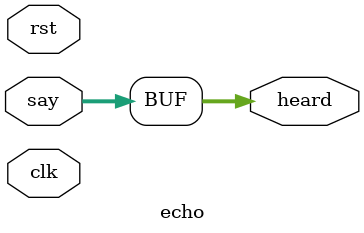
<source format=v>


// Permission is hereby granted, free of charge, to any person
// obtaining a copy of this software and associated documentation
// files (the "Software"), to deal in the Software without
// restriction, including without limitation the rights to use, copy,
// modify, merge, publish, distribute, sublicense, and/or sell copies
// of the Software, and to permit persons to whom the Software is
// furnished to do so, subject to the following conditions:

// The above copyright notice and this permission notice shall be
// included in all copies or substantial portions of the Software.

// THE SOFTWARE IS PROVIDED "AS IS", WITHOUT WARRANTY OF ANY KIND,
// EXPRESS OR IMPLIED, INCLUDING BUT NOT LIMITED TO THE WARRANTIES OF
// MERCHANTABILITY, FITNESS FOR A PARTICULAR PURPOSE AND
// NONINFRINGEMENT. IN NO EVENT SHALL THE AUTHORS OR COPYRIGHT HOLDERS
// BE LIABLE FOR ANY CLAIM, DAMAGES OR OTHER LIABILITY, WHETHER IN AN
// ACTION OF CONTRACT, TORT OR OTHERWISE, ARISING FROM, OUT OF OR IN
// CONNECTION WITH THE SOFTWARE OR THE USE OR OTHER DEALINGS IN THE
// SOFTWARE.


module echo(input clk,
	    input rst,
	    input [31:0]  say,
	    output [31:0] heard);

   assign heard = say;

endmodule // echo

</source>
